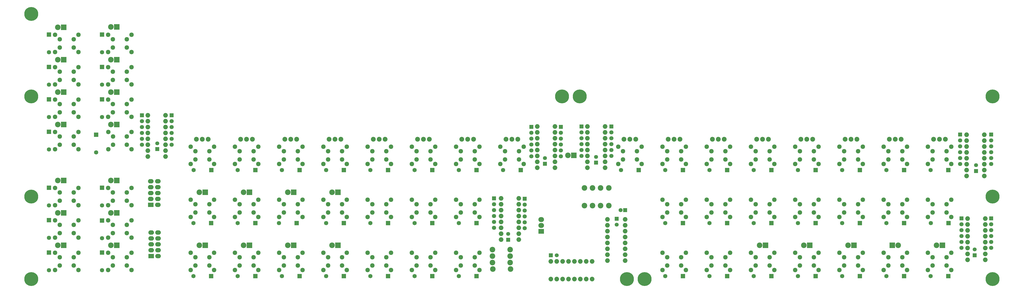
<source format=gbr>
G04 #@! TF.FileFunction,Soldermask,Bot*
%FSLAX46Y46*%
G04 Gerber Fmt 4.6, Leading zero omitted, Abs format (unit mm)*
G04 Created by KiCad (PCBNEW 4.0.2-stable) date 20/09/2016 17:33:02*
%MOMM*%
G01*
G04 APERTURE LIST*
%ADD10C,0.100000*%
%ADD11O,2.000000X2.000000*%
%ADD12C,2.076400*%
%ADD13C,2.398980*%
%ADD14R,1.822400X1.822400*%
%ADD15C,1.822400*%
%ADD16R,1.750000X1.750000*%
%ADD17C,1.750000*%
%ADD18R,1.700000X1.700000*%
%ADD19C,1.700000*%
%ADD20R,2.400000X2.400000*%
%ADD21C,2.400000*%
%ADD22R,2.432000X2.127200*%
%ADD23O,2.432000X2.127200*%
%ADD24C,1.924000*%
%ADD25R,1.797000X1.797000*%
%ADD26C,1.797000*%
%ADD27O,2.400000X1.900000*%
%ADD28R,2.400000X1.900000*%
%ADD29C,6.000000*%
G04 APERTURE END LIST*
D10*
D11*
X102235000Y-141478000D03*
X102235000Y-138938000D03*
X102235000Y-136398000D03*
X102235000Y-133858000D03*
X102235000Y-131318000D03*
X102235000Y-128778000D03*
X102235000Y-126238000D03*
X102235000Y-123698000D03*
X94615000Y-123698000D03*
X94615000Y-126238000D03*
X94615000Y-128778000D03*
X94615000Y-131318000D03*
X94615000Y-133858000D03*
X94615000Y-136398000D03*
X94615000Y-138938000D03*
X94615000Y-141478000D03*
D12*
X120650000Y-133985000D03*
X118110000Y-133985000D03*
X115570000Y-133985000D03*
X139700000Y-133985000D03*
X137160000Y-133985000D03*
X134620000Y-133985000D03*
X158750000Y-133985000D03*
X156210000Y-133985000D03*
X153670000Y-133985000D03*
X177800000Y-133985000D03*
X175260000Y-133985000D03*
X172720000Y-133985000D03*
X196850000Y-133985000D03*
X194310000Y-133985000D03*
X191770000Y-133985000D03*
X215900000Y-133985000D03*
X213360000Y-133985000D03*
X210820000Y-133985000D03*
X234950000Y-133985000D03*
X232410000Y-133985000D03*
X229870000Y-133985000D03*
X254000000Y-133985000D03*
X251460000Y-133985000D03*
X248920000Y-133985000D03*
X304800000Y-133985000D03*
X302260000Y-133985000D03*
X299720000Y-133985000D03*
X323850000Y-133985000D03*
X321310000Y-133985000D03*
X318770000Y-133985000D03*
X342900000Y-133985000D03*
X340360000Y-133985000D03*
X337820000Y-133985000D03*
X361950000Y-133985000D03*
X359410000Y-133985000D03*
X356870000Y-133985000D03*
X375920000Y-133985000D03*
X378460000Y-133985000D03*
X381000000Y-133985000D03*
X394970000Y-133985000D03*
X397510000Y-133985000D03*
X400050000Y-133985000D03*
X419100000Y-133985000D03*
X416560000Y-133985000D03*
X414020000Y-133985000D03*
X438150000Y-133985000D03*
X435610000Y-133985000D03*
X433070000Y-133985000D03*
D13*
X243078000Y-181610000D03*
X250698000Y-181610000D03*
X282628160Y-162671940D03*
X282628160Y-155051940D03*
X286128160Y-162671940D03*
X286128160Y-155051940D03*
X289628160Y-162671940D03*
X289628160Y-155051940D03*
X293128160Y-162671940D03*
X293128160Y-155051940D03*
X250698000Y-184404000D03*
X243078000Y-184404000D03*
X250698000Y-187198000D03*
X243078000Y-187198000D03*
X250825000Y-189992000D03*
X243205000Y-189992000D03*
D14*
X52070000Y-88900000D03*
D15*
X52070000Y-96520000D03*
D14*
X52070000Y-102870000D03*
D15*
X52070000Y-110490000D03*
D14*
X52070000Y-116840000D03*
D15*
X52070000Y-124460000D03*
D14*
X52070000Y-130810000D03*
D15*
X52070000Y-138430000D03*
D14*
X52070000Y-154940000D03*
D15*
X52070000Y-162560000D03*
D14*
X52070000Y-168910000D03*
D15*
X52070000Y-176530000D03*
D14*
X52070000Y-182880000D03*
D15*
X52070000Y-190500000D03*
D14*
X74930000Y-88900000D03*
D15*
X74930000Y-96520000D03*
D14*
X74930000Y-102870000D03*
D15*
X74930000Y-110490000D03*
D14*
X74930000Y-116840000D03*
D15*
X74930000Y-124460000D03*
D14*
X72359160Y-132058940D03*
D15*
X72359160Y-139678940D03*
D14*
X74930000Y-154940000D03*
D15*
X74930000Y-162560000D03*
D14*
X74930000Y-169058940D03*
D15*
X74930000Y-176678940D03*
D14*
X74930000Y-182880000D03*
D15*
X74930000Y-190500000D03*
D14*
X121955160Y-147320000D03*
D15*
X114335160Y-147320000D03*
D14*
X121920000Y-170180000D03*
D15*
X114300000Y-170180000D03*
D14*
X121920000Y-193040000D03*
D15*
X114300000Y-193040000D03*
D14*
X140970000Y-147320000D03*
D15*
X133350000Y-147320000D03*
D14*
X140970000Y-170180000D03*
D15*
X133350000Y-170180000D03*
D14*
X140970000Y-193040000D03*
D15*
X133350000Y-193040000D03*
D14*
X160020000Y-147320000D03*
D15*
X152400000Y-147320000D03*
D14*
X158750000Y-170180000D03*
D15*
X151130000Y-170180000D03*
D14*
X160020000Y-193040000D03*
D15*
X152400000Y-193040000D03*
D14*
X179070000Y-147320000D03*
D15*
X171450000Y-147320000D03*
D14*
X179070000Y-170180000D03*
D15*
X171450000Y-170180000D03*
D14*
X179070000Y-193040000D03*
D15*
X171450000Y-193040000D03*
D14*
X198120000Y-147320000D03*
D15*
X190500000Y-147320000D03*
D14*
X198120000Y-170180000D03*
D15*
X190500000Y-170180000D03*
D14*
X198120000Y-193040000D03*
D15*
X190500000Y-193040000D03*
D14*
X217170000Y-147320000D03*
D15*
X209550000Y-147320000D03*
D14*
X217170000Y-170180000D03*
D15*
X209550000Y-170180000D03*
D14*
X217170000Y-193040000D03*
D15*
X209550000Y-193040000D03*
D14*
X236220000Y-147320000D03*
D15*
X228600000Y-147320000D03*
D14*
X236220000Y-170180000D03*
D15*
X228600000Y-170180000D03*
D14*
X236220000Y-193040000D03*
D15*
X228600000Y-193040000D03*
D14*
X255270000Y-147320000D03*
D15*
X247650000Y-147320000D03*
D14*
X306070000Y-147320000D03*
D15*
X298450000Y-147320000D03*
D14*
X325120000Y-147320000D03*
D15*
X317500000Y-147320000D03*
D14*
X325120000Y-170180000D03*
D15*
X317500000Y-170180000D03*
D14*
X325120000Y-193040000D03*
D15*
X317500000Y-193040000D03*
D14*
X344170000Y-147320000D03*
D15*
X336550000Y-147320000D03*
D14*
X344170000Y-170180000D03*
D15*
X336550000Y-170180000D03*
D14*
X344170000Y-193040000D03*
D15*
X336550000Y-193040000D03*
D14*
X363220000Y-147320000D03*
D15*
X355600000Y-147320000D03*
D14*
X363220000Y-170180000D03*
D15*
X355600000Y-170180000D03*
D14*
X363220000Y-193040000D03*
D15*
X355600000Y-193040000D03*
D14*
X382270000Y-147320000D03*
D15*
X374650000Y-147320000D03*
D14*
X382270000Y-170180000D03*
D15*
X374650000Y-170180000D03*
D14*
X401320000Y-193040000D03*
D15*
X393700000Y-193040000D03*
D14*
X401320000Y-147320000D03*
D15*
X393700000Y-147320000D03*
D14*
X401320000Y-170180000D03*
D15*
X393700000Y-170180000D03*
D14*
X382270000Y-193040000D03*
D15*
X374650000Y-193040000D03*
D14*
X420370000Y-147320000D03*
D15*
X412750000Y-147320000D03*
D14*
X420370000Y-170180000D03*
D15*
X412750000Y-170180000D03*
D14*
X420370000Y-193040000D03*
D15*
X412750000Y-193040000D03*
D14*
X439420000Y-147320000D03*
D15*
X431800000Y-147320000D03*
D14*
X439455160Y-170180000D03*
D15*
X431835160Y-170180000D03*
D14*
X439420000Y-193040000D03*
D15*
X431800000Y-193040000D03*
D16*
X300228000Y-164592000D03*
D17*
X298228000Y-164592000D03*
D18*
X296545000Y-168315000D03*
D19*
X296545000Y-170815000D03*
D18*
X268224000Y-184023000D03*
D19*
X270724000Y-184023000D03*
D18*
X450723000Y-184023000D03*
D19*
X450723000Y-181523000D03*
D18*
X451358000Y-147701000D03*
D19*
X451358000Y-145201000D03*
D18*
X287655000Y-144105000D03*
D19*
X287655000Y-141605000D03*
D18*
X265684000Y-144613000D03*
D19*
X265684000Y-142113000D03*
D18*
X249803160Y-177337940D03*
D19*
X249803160Y-174837940D03*
D18*
X98679000Y-138263000D03*
D19*
X98679000Y-135763000D03*
D20*
X119380000Y-156845000D03*
D21*
X116840000Y-156845000D03*
D20*
X436880000Y-179705000D03*
D21*
X434340000Y-179705000D03*
D20*
X415290000Y-179705000D03*
D21*
X417830000Y-179705000D03*
D20*
X379730000Y-179705000D03*
D21*
X377190000Y-179705000D03*
D20*
X398780000Y-179705000D03*
D21*
X396240000Y-179705000D03*
D20*
X360680000Y-179705000D03*
D21*
X358140000Y-179705000D03*
D20*
X278130000Y-140970000D03*
D21*
X275590000Y-140970000D03*
D20*
X176530000Y-179705000D03*
D21*
X173990000Y-179705000D03*
D20*
X176530000Y-156845000D03*
D21*
X173990000Y-156845000D03*
D20*
X157480000Y-179705000D03*
D21*
X154940000Y-179705000D03*
D20*
X157480000Y-156845000D03*
D21*
X154940000Y-156845000D03*
D20*
X138430000Y-179705000D03*
D21*
X135890000Y-179705000D03*
D20*
X138430000Y-156845000D03*
D21*
X135890000Y-156845000D03*
D20*
X119380000Y-179705000D03*
D21*
X116840000Y-179705000D03*
D20*
X81280000Y-179705000D03*
D21*
X78740000Y-179705000D03*
D20*
X81280000Y-165735000D03*
D21*
X78740000Y-165735000D03*
D20*
X81280000Y-151765000D03*
D21*
X78740000Y-151765000D03*
D20*
X81280000Y-127635000D03*
D21*
X78740000Y-127635000D03*
D20*
X81280000Y-113665000D03*
D21*
X78740000Y-113665000D03*
D20*
X81280000Y-99695000D03*
D21*
X78740000Y-99695000D03*
D20*
X81280000Y-85622940D03*
D21*
X78740000Y-85622940D03*
D20*
X58420000Y-179705000D03*
D21*
X55880000Y-179705000D03*
D20*
X58420000Y-165735000D03*
D21*
X55880000Y-165735000D03*
D20*
X58420000Y-151765000D03*
D21*
X55880000Y-151765000D03*
D20*
X58420000Y-127635000D03*
D21*
X55880000Y-127635000D03*
D20*
X58420000Y-113665000D03*
D21*
X55880000Y-113665000D03*
D20*
X58420000Y-99695000D03*
D21*
X55880000Y-99695000D03*
D20*
X58420000Y-85725000D03*
D21*
X55880000Y-85725000D03*
D22*
X264033000Y-173736000D03*
D23*
X264033000Y-171196000D03*
X264033000Y-168656000D03*
D24*
X64690000Y-88964000D03*
X64690000Y-96456000D03*
X54690000Y-96456000D03*
X56690000Y-94456000D03*
X62690000Y-94456000D03*
X62690000Y-90964000D03*
X56690000Y-90964000D03*
X54690000Y-88964000D03*
X64690000Y-102934000D03*
X64690000Y-110426000D03*
X54690000Y-110426000D03*
X56690000Y-108426000D03*
X62690000Y-108426000D03*
X62690000Y-104934000D03*
X56690000Y-104934000D03*
X54690000Y-102934000D03*
X64690000Y-116904000D03*
X64690000Y-124396000D03*
X54690000Y-124396000D03*
X56690000Y-122396000D03*
X62690000Y-122396000D03*
X62690000Y-118904000D03*
X56690000Y-118904000D03*
X54690000Y-116904000D03*
X64690000Y-130874000D03*
X64690000Y-138366000D03*
X54690000Y-138366000D03*
X56690000Y-136366000D03*
X62690000Y-136366000D03*
X62690000Y-132874000D03*
X56690000Y-132874000D03*
X54690000Y-130874000D03*
X64690000Y-155004000D03*
X64690000Y-162496000D03*
X54690000Y-162496000D03*
X56690000Y-160496000D03*
X62690000Y-160496000D03*
X62690000Y-157004000D03*
X56690000Y-157004000D03*
X54690000Y-155004000D03*
X64690000Y-168974000D03*
X64690000Y-176466000D03*
X54690000Y-176466000D03*
X56690000Y-174466000D03*
X62690000Y-174466000D03*
X62690000Y-170974000D03*
X56690000Y-170974000D03*
X54690000Y-168974000D03*
X64690000Y-182944000D03*
X64690000Y-190436000D03*
X54690000Y-190436000D03*
X56690000Y-188436000D03*
X62690000Y-188436000D03*
X62690000Y-184944000D03*
X56690000Y-184944000D03*
X54690000Y-182944000D03*
X87550000Y-88964000D03*
X87550000Y-96456000D03*
X77550000Y-96456000D03*
X79550000Y-94456000D03*
X85550000Y-94456000D03*
X85550000Y-90964000D03*
X79550000Y-90964000D03*
X77550000Y-88964000D03*
X87550000Y-102934000D03*
X87550000Y-110426000D03*
X77550000Y-110426000D03*
X79550000Y-108426000D03*
X85550000Y-108426000D03*
X85550000Y-104934000D03*
X79550000Y-104934000D03*
X77550000Y-102934000D03*
X87550000Y-116904000D03*
X87550000Y-124396000D03*
X77550000Y-124396000D03*
X79550000Y-122396000D03*
X85550000Y-122396000D03*
X85550000Y-118904000D03*
X79550000Y-118904000D03*
X77550000Y-116904000D03*
X87598000Y-130876940D03*
X87598000Y-138368940D03*
X77598000Y-138368940D03*
X79598000Y-136368940D03*
X85598000Y-136368940D03*
X85598000Y-132876940D03*
X79598000Y-132876940D03*
X77598000Y-130876940D03*
X87550000Y-155004000D03*
X87550000Y-162496000D03*
X77550000Y-162496000D03*
X79550000Y-160496000D03*
X85550000Y-160496000D03*
X85550000Y-157004000D03*
X79550000Y-157004000D03*
X77550000Y-155004000D03*
X87550000Y-168974000D03*
X87550000Y-176466000D03*
X77550000Y-176466000D03*
X79550000Y-174466000D03*
X85550000Y-174466000D03*
X85550000Y-170974000D03*
X79550000Y-170974000D03*
X77550000Y-168974000D03*
X87550000Y-182944000D03*
X87550000Y-190436000D03*
X77550000Y-190436000D03*
X79550000Y-188436000D03*
X85550000Y-188436000D03*
X85550000Y-184944000D03*
X79550000Y-184944000D03*
X77550000Y-182944000D03*
X123110000Y-137224000D03*
X123110000Y-144716000D03*
X113110000Y-144716000D03*
X115110000Y-142716000D03*
X121110000Y-142716000D03*
X121110000Y-139224000D03*
X115110000Y-139224000D03*
X113110000Y-137224000D03*
X123110000Y-160084000D03*
X123110000Y-167576000D03*
X113110000Y-167576000D03*
X115110000Y-165576000D03*
X121110000Y-165576000D03*
X121110000Y-162084000D03*
X115110000Y-162084000D03*
X113110000Y-160084000D03*
X123110000Y-182944000D03*
X123110000Y-190436000D03*
X113110000Y-190436000D03*
X115110000Y-188436000D03*
X121110000Y-188436000D03*
X121110000Y-184944000D03*
X115110000Y-184944000D03*
X113110000Y-182944000D03*
X142160000Y-137224000D03*
X142160000Y-144716000D03*
X132160000Y-144716000D03*
X134160000Y-142716000D03*
X140160000Y-142716000D03*
X140160000Y-139224000D03*
X134160000Y-139224000D03*
X132160000Y-137224000D03*
X142160000Y-160084000D03*
X142160000Y-167576000D03*
X132160000Y-167576000D03*
X134160000Y-165576000D03*
X140160000Y-165576000D03*
X140160000Y-162084000D03*
X134160000Y-162084000D03*
X132160000Y-160084000D03*
X142160000Y-182944000D03*
X142160000Y-190436000D03*
X132160000Y-190436000D03*
X134160000Y-188436000D03*
X140160000Y-188436000D03*
X140160000Y-184944000D03*
X134160000Y-184944000D03*
X132160000Y-182944000D03*
X161210000Y-137224000D03*
X161210000Y-144716000D03*
X151210000Y-144716000D03*
X153210000Y-142716000D03*
X159210000Y-142716000D03*
X159210000Y-139224000D03*
X153210000Y-139224000D03*
X151210000Y-137224000D03*
X161210000Y-160084000D03*
X161210000Y-167576000D03*
X151210000Y-167576000D03*
X153210000Y-165576000D03*
X159210000Y-165576000D03*
X159210000Y-162084000D03*
X153210000Y-162084000D03*
X151210000Y-160084000D03*
X161210000Y-182944000D03*
X161210000Y-190436000D03*
X151210000Y-190436000D03*
X153210000Y-188436000D03*
X159210000Y-188436000D03*
X159210000Y-184944000D03*
X153210000Y-184944000D03*
X151210000Y-182944000D03*
X180260000Y-137224000D03*
X180260000Y-144716000D03*
X170260000Y-144716000D03*
X172260000Y-142716000D03*
X178260000Y-142716000D03*
X178260000Y-139224000D03*
X172260000Y-139224000D03*
X170260000Y-137224000D03*
X180260000Y-160084000D03*
X180260000Y-167576000D03*
X170260000Y-167576000D03*
X172260000Y-165576000D03*
X178260000Y-165576000D03*
X178260000Y-162084000D03*
X172260000Y-162084000D03*
X170260000Y-160084000D03*
X180260000Y-182944000D03*
X180260000Y-190436000D03*
X170260000Y-190436000D03*
X172260000Y-188436000D03*
X178260000Y-188436000D03*
X178260000Y-184944000D03*
X172260000Y-184944000D03*
X170260000Y-182944000D03*
X199310000Y-137224000D03*
X199310000Y-144716000D03*
X189310000Y-144716000D03*
X191310000Y-142716000D03*
X197310000Y-142716000D03*
X197310000Y-139224000D03*
X191310000Y-139224000D03*
X189310000Y-137224000D03*
X199310000Y-160084000D03*
X199310000Y-167576000D03*
X189310000Y-167576000D03*
X191310000Y-165576000D03*
X197310000Y-165576000D03*
X197310000Y-162084000D03*
X191310000Y-162084000D03*
X189310000Y-160084000D03*
X199310000Y-182944000D03*
X199310000Y-190436000D03*
X189310000Y-190436000D03*
X191310000Y-188436000D03*
X197310000Y-188436000D03*
X197310000Y-184944000D03*
X191310000Y-184944000D03*
X189310000Y-182944000D03*
X218360000Y-137224000D03*
X218360000Y-144716000D03*
X208360000Y-144716000D03*
X210360000Y-142716000D03*
X216360000Y-142716000D03*
X216360000Y-139224000D03*
X210360000Y-139224000D03*
X208360000Y-137224000D03*
X218360000Y-160084000D03*
X218360000Y-167576000D03*
X208360000Y-167576000D03*
X210360000Y-165576000D03*
X216360000Y-165576000D03*
X216360000Y-162084000D03*
X210360000Y-162084000D03*
X208360000Y-160084000D03*
X218360000Y-182944000D03*
X218360000Y-190436000D03*
X208360000Y-190436000D03*
X210360000Y-188436000D03*
X216360000Y-188436000D03*
X216360000Y-184944000D03*
X210360000Y-184944000D03*
X208360000Y-182944000D03*
X237410000Y-137224000D03*
X237410000Y-144716000D03*
X227410000Y-144716000D03*
X229410000Y-142716000D03*
X235410000Y-142716000D03*
X235410000Y-139224000D03*
X229410000Y-139224000D03*
X227410000Y-137224000D03*
X237410000Y-160084000D03*
X237410000Y-167576000D03*
X227410000Y-167576000D03*
X229410000Y-165576000D03*
X235410000Y-165576000D03*
X235410000Y-162084000D03*
X229410000Y-162084000D03*
X227410000Y-160084000D03*
X237410000Y-182944000D03*
X237410000Y-190436000D03*
X227410000Y-190436000D03*
X229410000Y-188436000D03*
X235410000Y-188436000D03*
X235410000Y-184944000D03*
X229410000Y-184944000D03*
X227410000Y-182944000D03*
X256460000Y-137224000D03*
X256460000Y-144716000D03*
X246460000Y-144716000D03*
X248460000Y-142716000D03*
X254460000Y-142716000D03*
X254460000Y-139224000D03*
X248460000Y-139224000D03*
X246460000Y-137224000D03*
X307260000Y-137224000D03*
X307260000Y-144716000D03*
X297260000Y-144716000D03*
X299260000Y-142716000D03*
X305260000Y-142716000D03*
X305260000Y-139224000D03*
X299260000Y-139224000D03*
X297260000Y-137224000D03*
X326310000Y-137224000D03*
X326310000Y-144716000D03*
X316310000Y-144716000D03*
X318310000Y-142716000D03*
X324310000Y-142716000D03*
X324310000Y-139224000D03*
X318310000Y-139224000D03*
X316310000Y-137224000D03*
X326310000Y-160084000D03*
X326310000Y-167576000D03*
X316310000Y-167576000D03*
X318310000Y-165576000D03*
X324310000Y-165576000D03*
X324310000Y-162084000D03*
X318310000Y-162084000D03*
X316310000Y-160084000D03*
X326310000Y-182944000D03*
X326310000Y-190436000D03*
X316310000Y-190436000D03*
X318310000Y-188436000D03*
X324310000Y-188436000D03*
X324310000Y-184944000D03*
X318310000Y-184944000D03*
X316310000Y-182944000D03*
X345360000Y-137224000D03*
X345360000Y-144716000D03*
X335360000Y-144716000D03*
X337360000Y-142716000D03*
X343360000Y-142716000D03*
X343360000Y-139224000D03*
X337360000Y-139224000D03*
X335360000Y-137224000D03*
X345360000Y-160084000D03*
X345360000Y-167576000D03*
X335360000Y-167576000D03*
X337360000Y-165576000D03*
X343360000Y-165576000D03*
X343360000Y-162084000D03*
X337360000Y-162084000D03*
X335360000Y-160084000D03*
X345360000Y-182944000D03*
X345360000Y-190436000D03*
X335360000Y-190436000D03*
X337360000Y-188436000D03*
X343360000Y-188436000D03*
X343360000Y-184944000D03*
X337360000Y-184944000D03*
X335360000Y-182944000D03*
X364410000Y-137224000D03*
X364410000Y-144716000D03*
X354410000Y-144716000D03*
X356410000Y-142716000D03*
X362410000Y-142716000D03*
X362410000Y-139224000D03*
X356410000Y-139224000D03*
X354410000Y-137224000D03*
X364410000Y-160084000D03*
X364410000Y-167576000D03*
X354410000Y-167576000D03*
X356410000Y-165576000D03*
X362410000Y-165576000D03*
X362410000Y-162084000D03*
X356410000Y-162084000D03*
X354410000Y-160084000D03*
X364410000Y-182944000D03*
X364410000Y-190436000D03*
X354410000Y-190436000D03*
X356410000Y-188436000D03*
X362410000Y-188436000D03*
X362410000Y-184944000D03*
X356410000Y-184944000D03*
X354410000Y-182944000D03*
X383460000Y-137224000D03*
X383460000Y-144716000D03*
X373460000Y-144716000D03*
X375460000Y-142716000D03*
X381460000Y-142716000D03*
X381460000Y-139224000D03*
X375460000Y-139224000D03*
X373460000Y-137224000D03*
X383460000Y-160084000D03*
X383460000Y-167576000D03*
X373460000Y-167576000D03*
X375460000Y-165576000D03*
X381460000Y-165576000D03*
X381460000Y-162084000D03*
X375460000Y-162084000D03*
X373460000Y-160084000D03*
X402510000Y-182944000D03*
X402510000Y-190436000D03*
X392510000Y-190436000D03*
X394510000Y-188436000D03*
X400510000Y-188436000D03*
X400510000Y-184944000D03*
X394510000Y-184944000D03*
X392510000Y-182944000D03*
X402510000Y-137224000D03*
X402510000Y-144716000D03*
X392510000Y-144716000D03*
X394510000Y-142716000D03*
X400510000Y-142716000D03*
X400510000Y-139224000D03*
X394510000Y-139224000D03*
X392510000Y-137224000D03*
X402510000Y-160084000D03*
X402510000Y-167576000D03*
X392510000Y-167576000D03*
X394510000Y-165576000D03*
X400510000Y-165576000D03*
X400510000Y-162084000D03*
X394510000Y-162084000D03*
X392510000Y-160084000D03*
X383460000Y-182944000D03*
X383460000Y-190436000D03*
X373460000Y-190436000D03*
X375460000Y-188436000D03*
X381460000Y-188436000D03*
X381460000Y-184944000D03*
X375460000Y-184944000D03*
X373460000Y-182944000D03*
X421560000Y-137224000D03*
X421560000Y-144716000D03*
X411560000Y-144716000D03*
X413560000Y-142716000D03*
X419560000Y-142716000D03*
X419560000Y-139224000D03*
X413560000Y-139224000D03*
X411560000Y-137224000D03*
X421560000Y-160084000D03*
X421560000Y-167576000D03*
X411560000Y-167576000D03*
X413560000Y-165576000D03*
X419560000Y-165576000D03*
X419560000Y-162084000D03*
X413560000Y-162084000D03*
X411560000Y-160084000D03*
X421560000Y-182944000D03*
X421560000Y-190436000D03*
X411560000Y-190436000D03*
X413560000Y-188436000D03*
X419560000Y-188436000D03*
X419560000Y-184944000D03*
X413560000Y-184944000D03*
X411560000Y-182944000D03*
X440610000Y-137224000D03*
X440610000Y-144716000D03*
X430610000Y-144716000D03*
X432610000Y-142716000D03*
X438610000Y-142716000D03*
X438610000Y-139224000D03*
X432610000Y-139224000D03*
X430610000Y-137224000D03*
X440610000Y-160084000D03*
X440610000Y-167576000D03*
X430610000Y-167576000D03*
X432610000Y-165576000D03*
X438610000Y-165576000D03*
X438610000Y-162084000D03*
X432610000Y-162084000D03*
X430610000Y-160084000D03*
X440610000Y-182944000D03*
X440610000Y-190436000D03*
X430610000Y-190436000D03*
X432610000Y-188436000D03*
X438610000Y-188436000D03*
X438610000Y-184944000D03*
X432610000Y-184944000D03*
X430610000Y-182944000D03*
D25*
X259842000Y-128651000D03*
D26*
X259842000Y-131191000D03*
X259842000Y-133731000D03*
X259842000Y-136271000D03*
X259842000Y-138811000D03*
X259842000Y-141351000D03*
D25*
X445039824Y-168114852D03*
D26*
X445039824Y-170654852D03*
X445039824Y-173194852D03*
X445039824Y-175734852D03*
X445039824Y-178274852D03*
X445039824Y-180814852D03*
D25*
X457866824Y-168114852D03*
D26*
X457866824Y-170654852D03*
X457866824Y-173194852D03*
X457866824Y-175734852D03*
X457866824Y-178274852D03*
X457866824Y-180814852D03*
D25*
X444489354Y-131973752D03*
D26*
X444489354Y-134513752D03*
X444489354Y-137053752D03*
X444489354Y-139593752D03*
X444489354Y-142133752D03*
X444489354Y-144673752D03*
D25*
X457824354Y-131973752D03*
D26*
X457824354Y-134513752D03*
X457824354Y-137053752D03*
X457824354Y-139593752D03*
X457824354Y-142133752D03*
X457824354Y-144673752D03*
D25*
X281432000Y-128524000D03*
D26*
X281432000Y-131064000D03*
X281432000Y-133604000D03*
X281432000Y-136144000D03*
X281432000Y-138684000D03*
X281432000Y-141224000D03*
D25*
X294259000Y-128524000D03*
D26*
X294259000Y-131064000D03*
X294259000Y-133604000D03*
X294259000Y-136144000D03*
X294259000Y-138684000D03*
X294259000Y-141224000D03*
D25*
X243713000Y-159512000D03*
D26*
X243713000Y-162052000D03*
X243713000Y-164592000D03*
X243713000Y-167132000D03*
X243713000Y-169672000D03*
X243713000Y-172212000D03*
D25*
X256921000Y-159639000D03*
D26*
X256921000Y-162179000D03*
X256921000Y-164719000D03*
X256921000Y-167259000D03*
X256921000Y-169799000D03*
X256921000Y-172339000D03*
D25*
X92075000Y-123698000D03*
D26*
X92075000Y-126238000D03*
X92075000Y-128778000D03*
X92075000Y-131318000D03*
X92075000Y-133858000D03*
X92075000Y-136398000D03*
D25*
X272542000Y-128651000D03*
D26*
X272542000Y-131191000D03*
X272542000Y-133731000D03*
X272542000Y-136271000D03*
X272542000Y-138811000D03*
X272542000Y-141351000D03*
D25*
X104902000Y-123698000D03*
D26*
X104902000Y-126238000D03*
X104902000Y-128778000D03*
X104902000Y-131318000D03*
X104902000Y-133858000D03*
X104902000Y-136398000D03*
D27*
X95889000Y-152146000D03*
X98929000Y-152146000D03*
X98929000Y-154686000D03*
X95889000Y-154686000D03*
D28*
X95889000Y-162306000D03*
D27*
X98929000Y-162306000D03*
X95889000Y-159766000D03*
X98929000Y-159766000D03*
X95889000Y-157226000D03*
X98929000Y-157226000D03*
X96016000Y-174244000D03*
X99056000Y-174244000D03*
X99056000Y-176784000D03*
X96016000Y-176784000D03*
D28*
X96016000Y-184404000D03*
D27*
X99056000Y-184404000D03*
X96016000Y-181864000D03*
X99056000Y-181864000D03*
X96016000Y-179324000D03*
X99056000Y-179324000D03*
D29*
X458470000Y-158750000D03*
X458470000Y-194310000D03*
X458470000Y-115570000D03*
X280670000Y-115570000D03*
X273050000Y-115570000D03*
X308610000Y-194310000D03*
X300990000Y-194310000D03*
X44450000Y-194310000D03*
X44450000Y-158750000D03*
X44450000Y-115570000D03*
X44450000Y-80010000D03*
D11*
X268224000Y-194310000D03*
X270764000Y-194310000D03*
X273304000Y-194310000D03*
X275844000Y-194310000D03*
X278384000Y-194310000D03*
X280924000Y-194310000D03*
X283464000Y-194310000D03*
X286004000Y-194310000D03*
X286004000Y-186690000D03*
X283464000Y-186690000D03*
X280924000Y-186690000D03*
X278384000Y-186690000D03*
X275844000Y-186690000D03*
X273304000Y-186690000D03*
X270764000Y-186690000D03*
X268224000Y-186690000D03*
X254381000Y-177292000D03*
X254381000Y-174752000D03*
X254381000Y-172212000D03*
X254381000Y-169672000D03*
X254381000Y-167132000D03*
X254381000Y-164592000D03*
X254381000Y-162052000D03*
X254381000Y-159512000D03*
X246761000Y-159512000D03*
X246761000Y-162052000D03*
X246761000Y-164592000D03*
X246761000Y-167132000D03*
X246761000Y-169672000D03*
X246761000Y-172212000D03*
X246761000Y-174752000D03*
X246761000Y-177292000D03*
X270002000Y-146304000D03*
X270002000Y-143764000D03*
X270002000Y-141224000D03*
X270002000Y-138684000D03*
X270002000Y-136144000D03*
X270002000Y-133604000D03*
X270002000Y-131064000D03*
X270002000Y-128524000D03*
X262382000Y-128524000D03*
X262382000Y-131064000D03*
X262382000Y-133604000D03*
X262382000Y-136144000D03*
X262382000Y-138684000D03*
X262382000Y-141224000D03*
X262382000Y-143764000D03*
X262382000Y-146304000D03*
X291592000Y-146304000D03*
X291592000Y-143764000D03*
X291592000Y-141224000D03*
X291592000Y-138684000D03*
X291592000Y-136144000D03*
X291592000Y-133604000D03*
X291592000Y-131064000D03*
X291592000Y-128524000D03*
X283972000Y-128524000D03*
X283972000Y-131064000D03*
X283972000Y-133604000D03*
X283972000Y-136144000D03*
X283972000Y-138684000D03*
X283972000Y-141224000D03*
X283972000Y-143764000D03*
X283972000Y-146304000D03*
X454838194Y-149876812D03*
X454838194Y-147336812D03*
X454838194Y-144796812D03*
X454838194Y-142256812D03*
X454838194Y-139716812D03*
X454838194Y-137176812D03*
X454838194Y-134636812D03*
X454838194Y-132096812D03*
X447218194Y-132096812D03*
X447218194Y-134636812D03*
X447218194Y-137176812D03*
X447218194Y-139716812D03*
X447218194Y-142256812D03*
X447218194Y-144796812D03*
X447218194Y-147336812D03*
X447218194Y-149876812D03*
X455265864Y-185993912D03*
X455265864Y-183453912D03*
X455265864Y-180913912D03*
X455265864Y-178373912D03*
X455265864Y-175833912D03*
X455265864Y-173293912D03*
X455265864Y-170753912D03*
X455265864Y-168213912D03*
X447645864Y-168213912D03*
X447645864Y-170753912D03*
X447645864Y-173293912D03*
X447645864Y-175833912D03*
X447645864Y-178373912D03*
X447645864Y-180913912D03*
X447645864Y-183453912D03*
X447645864Y-185993912D03*
X292608000Y-168529000D03*
X292608000Y-171069000D03*
X292608000Y-173609000D03*
X292608000Y-176149000D03*
X292608000Y-178689000D03*
X292608000Y-181229000D03*
X292608000Y-183769000D03*
X292608000Y-186309000D03*
X300228000Y-186309000D03*
X300228000Y-183769000D03*
X300228000Y-181229000D03*
X300228000Y-178689000D03*
X300228000Y-176149000D03*
X300228000Y-173609000D03*
X300228000Y-171069000D03*
X300228000Y-168529000D03*
M02*

</source>
